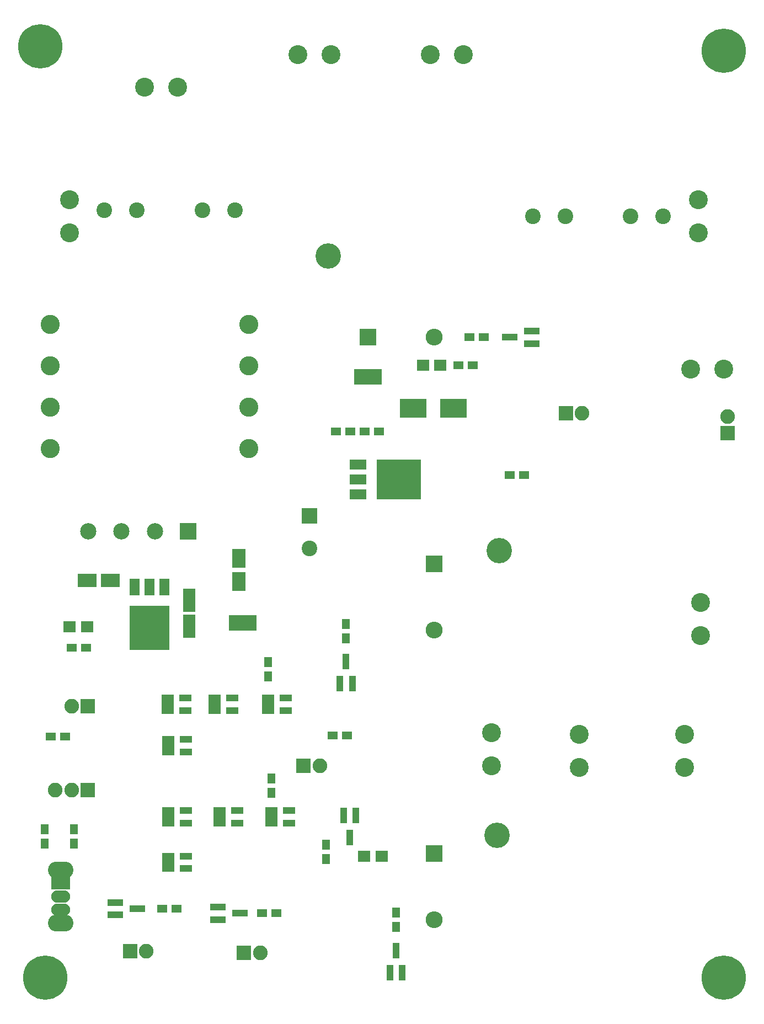
<source format=gbr>
G04 #@! TF.GenerationSoftware,KiCad,Pcbnew,(5.1.0)-1*
G04 #@! TF.CreationDate,2019-07-30T22:29:16-05:00*
G04 #@! TF.ProjectId,LatheControl,4c617468-6543-46f6-9e74-726f6c2e6b69,01*
G04 #@! TF.SameCoordinates,Original*
G04 #@! TF.FileFunction,Soldermask,Top*
G04 #@! TF.FilePolarity,Negative*
%FSLAX46Y46*%
G04 Gerber Fmt 4.6, Leading zero omitted, Abs format (unit mm)*
G04 Created by KiCad (PCBNEW (5.1.0)-1) date 2019-07-30 22:29:16*
%MOMM*%
%LPD*%
G04 APERTURE LIST*
%ADD10C,2.940000*%
%ADD11R,2.400000X1.100000*%
%ADD12R,2.400000X2.400000*%
%ADD13C,2.400000*%
%ADD14R,3.000000X2.000000*%
%ADD15R,2.000000X3.000000*%
%ADD16R,1.900000X3.600000*%
%ADD17R,2.600000X2.600000*%
%ADD18O,2.600000X2.600000*%
%ADD19R,1.900000X1.700000*%
%ADD20R,1.600000X1.300000*%
%ADD21R,1.600000X2.600000*%
%ADD22R,6.200000X6.800000*%
%ADD23C,3.900000*%
%ADD24R,1.100000X2.400000*%
%ADD25R,1.300000X1.600000*%
%ADD26R,1.960000X1.050000*%
%ADD27C,2.900000*%
%ADD28R,2.500000X2.500000*%
%ADD29C,2.500000*%
%ADD30R,4.150000X2.900000*%
%ADD31R,6.800000X6.200000*%
%ADD32R,2.600000X1.600000*%
%ADD33C,1.200000*%
%ADD34C,6.800000*%
%ADD35C,2.250000*%
%ADD36R,2.250000X2.250000*%
%ADD37R,4.200000X2.400000*%
%ADD38O,3.900000X2.600000*%
%ADD39O,2.900000X1.900000*%
%ADD40R,2.900000X1.900000*%
G04 APERTURE END LIST*
D10*
X166179500Y-95440500D03*
X166179500Y-101790500D03*
X166179500Y-108140500D03*
X166179500Y-114490500D03*
X196659500Y-95440500D03*
X196659500Y-101790500D03*
X196659500Y-108140500D03*
X196659500Y-114490500D03*
D11*
X240093500Y-98361500D03*
X240093500Y-96461500D03*
X236693500Y-97411500D03*
D12*
X205930500Y-124777500D03*
D13*
X205930500Y-129777500D03*
D14*
X175409000Y-134747000D03*
X171809000Y-134747000D03*
D15*
X195135500Y-131296000D03*
X195135500Y-134896000D03*
D16*
X187515500Y-141731500D03*
X187515500Y-137731500D03*
D17*
X214947500Y-97345500D03*
D18*
X225107500Y-97345500D03*
D19*
X226060000Y-101727000D03*
X223360000Y-101727000D03*
X169131000Y-141795500D03*
X171831000Y-141795500D03*
D20*
X230527500Y-97345500D03*
X232727500Y-97345500D03*
X212194500Y-111823500D03*
X209994500Y-111823500D03*
X216639500Y-111823500D03*
X214439500Y-111823500D03*
X228854000Y-101727000D03*
X231054000Y-101727000D03*
X169504000Y-145034000D03*
X171704000Y-145034000D03*
D21*
X183705500Y-135699500D03*
X181425500Y-135699500D03*
X179145500Y-135699500D03*
D22*
X181425500Y-141999500D03*
D13*
X255220500Y-78803500D03*
X260220500Y-78803500D03*
X245220500Y-78803500D03*
X240220500Y-78803500D03*
X179500500Y-77914500D03*
X174500500Y-77914500D03*
X189500500Y-77914500D03*
X194500500Y-77914500D03*
D17*
X225107500Y-132143500D03*
D18*
X225107500Y-142303500D03*
D17*
X225107500Y-176593500D03*
D18*
X225107500Y-186753500D03*
D23*
X235052499Y-130138501D03*
X234755500Y-173793500D03*
D24*
X210632000Y-150529500D03*
X212532000Y-150529500D03*
X211582000Y-147129500D03*
X218315500Y-194930500D03*
X220215500Y-194930500D03*
X219265500Y-191530500D03*
D25*
X211582000Y-141373500D03*
X211582000Y-143573500D03*
X219265500Y-185696500D03*
X219265500Y-187896500D03*
D26*
X184197000Y-152783500D03*
X184197000Y-153733500D03*
X184197000Y-154683500D03*
X186897000Y-154683500D03*
X186897000Y-152783500D03*
D25*
X169799000Y-172869500D03*
X169799000Y-175069500D03*
X165354000Y-172890000D03*
X165354000Y-175090000D03*
D20*
X168422500Y-158686500D03*
X166222500Y-158686500D03*
D25*
X199644000Y-149436000D03*
X199644000Y-147236000D03*
X200152000Y-167300000D03*
X200152000Y-165100000D03*
D20*
X209486500Y-158496000D03*
X211686500Y-158496000D03*
D26*
X184260500Y-159133500D03*
X184260500Y-160083500D03*
X184260500Y-161033500D03*
X186960500Y-161033500D03*
X186960500Y-159133500D03*
X184307500Y-170053000D03*
X184307500Y-171003000D03*
X184307500Y-171953000D03*
X187007500Y-171953000D03*
X187007500Y-170053000D03*
X184307500Y-177043000D03*
X184307500Y-177993000D03*
X184307500Y-178943000D03*
X187007500Y-178943000D03*
X187007500Y-177043000D03*
X191372500Y-152783500D03*
X191372500Y-153733500D03*
X191372500Y-154683500D03*
X194072500Y-154683500D03*
X194072500Y-152783500D03*
X192198000Y-170055500D03*
X192198000Y-171005500D03*
X192198000Y-171955500D03*
X194898000Y-171955500D03*
X194898000Y-170055500D03*
X200135500Y-170055500D03*
X200135500Y-171005500D03*
X200135500Y-171955500D03*
X202835500Y-171955500D03*
X202835500Y-170055500D03*
X199627500Y-152783500D03*
X199627500Y-153733500D03*
X199627500Y-154683500D03*
X202327500Y-154683500D03*
X202327500Y-152783500D03*
D27*
X265620500Y-76263500D03*
X265620500Y-81343500D03*
X169100500Y-81343500D03*
X169100500Y-76263500D03*
X209232500Y-54038500D03*
X204152500Y-54038500D03*
X229552500Y-54038500D03*
X224472500Y-54038500D03*
D23*
X208851500Y-84899500D03*
D27*
X180657500Y-58991500D03*
X185737500Y-58991500D03*
D28*
X187321500Y-127190500D03*
D29*
X182221500Y-127190500D03*
X172021500Y-127190500D03*
X177121500Y-127190500D03*
D27*
X263525000Y-163449000D03*
X263525000Y-158369000D03*
X266001500Y-138112500D03*
X266001500Y-143192500D03*
X247332500Y-163385500D03*
X247332500Y-158305500D03*
X233870500Y-163195000D03*
X233870500Y-158115000D03*
D30*
X228092000Y-108267500D03*
X221842000Y-108267500D03*
D31*
X219714500Y-119253000D03*
D32*
X213414500Y-121533000D03*
X213414500Y-119253000D03*
X213414500Y-116973000D03*
D33*
X166352556Y-51071444D03*
X164655500Y-50368500D03*
X162958444Y-51071444D03*
X162255500Y-52768500D03*
X162958444Y-54465556D03*
X164655500Y-55168500D03*
X166352556Y-54465556D03*
X167055500Y-52768500D03*
D34*
X164655500Y-52768500D03*
X165417500Y-195643500D03*
D33*
X167817500Y-195643500D03*
X167114556Y-197340556D03*
X165417500Y-198043500D03*
X163720444Y-197340556D03*
X163017500Y-195643500D03*
X163720444Y-193946444D03*
X165417500Y-193243500D03*
X167114556Y-193946444D03*
X271254556Y-51706444D03*
X269557500Y-51003500D03*
X267860444Y-51706444D03*
X267157500Y-53403500D03*
X267860444Y-55100556D03*
X269557500Y-55803500D03*
X271254556Y-55100556D03*
X271957500Y-53403500D03*
D34*
X269557500Y-53403500D03*
X269557500Y-195643500D03*
D33*
X271957500Y-195643500D03*
X271254556Y-197340556D03*
X269557500Y-198043500D03*
X267860444Y-197340556D03*
X267157500Y-195643500D03*
X267860444Y-193946444D03*
X269557500Y-193243500D03*
X271254556Y-193946444D03*
D35*
X247800500Y-109029500D03*
D36*
X245300500Y-109029500D03*
D35*
X169458000Y-154051000D03*
D36*
X171958000Y-154051000D03*
X205041500Y-163131500D03*
D35*
X207541500Y-163131500D03*
X166941500Y-166878000D03*
X169441500Y-166878000D03*
D36*
X171941500Y-166878000D03*
D19*
X217076000Y-177038000D03*
X214376000Y-177038000D03*
D24*
X212153500Y-174166000D03*
X211203500Y-170766000D03*
X213103500Y-170766000D03*
D25*
X208534000Y-175260000D03*
X208534000Y-177460000D03*
D27*
X264477500Y-102298500D03*
X269557500Y-102298500D03*
D35*
X180935000Y-191643000D03*
D36*
X178435000Y-191643000D03*
X195897500Y-191833500D03*
D35*
X198397500Y-191833500D03*
D11*
X179578000Y-185102500D03*
X176178000Y-186052500D03*
X176178000Y-184152500D03*
X191911500Y-184851000D03*
X191911500Y-186751000D03*
X195311500Y-185801000D03*
D20*
X185524500Y-185102500D03*
X183324500Y-185102500D03*
X198714000Y-185801000D03*
X200914000Y-185801000D03*
D37*
X214947500Y-103505000D03*
X195707000Y-141224000D03*
D38*
X167767000Y-187329000D03*
X167767000Y-179129000D03*
D39*
X167767000Y-185229000D03*
X167767000Y-183229000D03*
D40*
X167767000Y-181229000D03*
D35*
X270129000Y-109577500D03*
D36*
X270129000Y-112077500D03*
D20*
X238887000Y-118554500D03*
X236687000Y-118554500D03*
M02*

</source>
